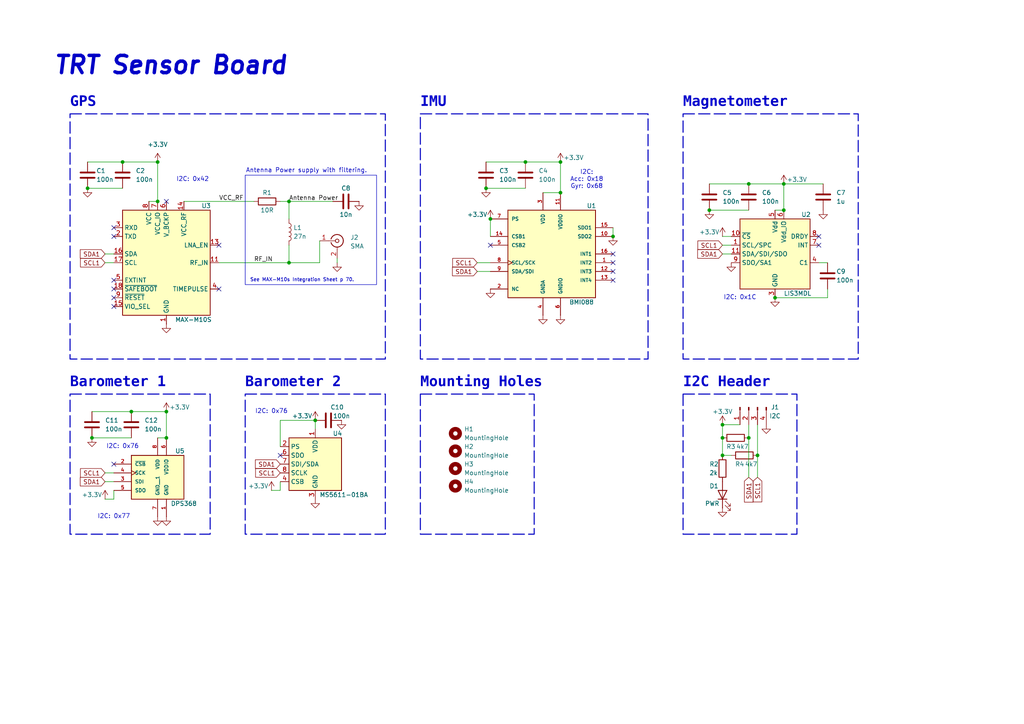
<source format=kicad_sch>
(kicad_sch (version 20231120) (generator "eeschema") (generator_version "8.0")
  (paper "A4")
  (title_block (title "TRT Sensor Board") (date "2024-07-10") (rev "0.1") (company "TRT"))
  (lib_symbols
    (symbol "BMI088:BMI088" (pin_names (offset 1.016))
      (property "Reference" "U" (at 7.62 15.24 0))
      (property "Value" "BMI088" (at 5.08 -15.24 0))
      (symbol "BMI088_0_0"
        (rectangle (start -12.7 12.7) (end 12.7 -12.7) (stroke (width 0.254)) (fill (type background)))
        (pin bidirectional line (at 17.78 -2.54 180) (length 5.08) (name "INT2") (number "1"))
        (pin output line (at 17.78 5.08 180) (length 5.08) (name "SDO2") (number "10"))
        (pin power_in line (at 2.54 17.78 270) (length 5.08) (name "VDDIO") (number "11"))
        (pin bidirectional line (at 17.78 -5.08 180) (length 5.08) (name "INT3") (number "12"))
        (pin bidirectional line (at 17.78 -7.62 180) (length 5.08) (name "INT4") (number "13"))
        (pin input line (at -17.78 5.08 0) (length 5.08) (name "CSB1") (number "14"))
        (pin output line (at 17.78 7.62 180) (length 5.08) (name "SDO1") (number "15"))
        (pin bidirectional line (at 17.78 0 180) (length 5.08) (name "INT1") (number "16"))
        (pin passive line (at -17.78 -10.16 0) (length 5.08) (name "NC") (number "2"))
        (pin power_in line (at -2.54 17.78 270) (length 5.08) (name "VDD") (number "3"))
        (pin power_in line (at -2.54 -17.78 90) (length 5.08) (name "GNDA") (number "4"))
        (pin input line (at -17.78 2.54 0) (length 5.08) (name "CSB2") (number "5"))
        (pin power_in line (at 2.54 -17.78 90) (length 5.08) (name "GNDIO") (number "6"))
        (pin input line (at -17.78 10.16 0) (length 5.08) (name "PS") (number "7"))
        (pin input clock (at -17.78 -2.54 0) (length 5.08) (name "SCL/SCK") (number "8"))
        (pin bidirectional line (at -17.78 -5.08 0) (length 5.08) (name "SDA/SDI") (number "9"))
      )
    )
    (symbol "Connector:Conn_01x04_Pin" (pin_names (offset 1.016) hide)
      (property "Reference" "J" (at 0 5.08 0))
      (property "Value" "Conn_01x04_Pin" (at 0 -7.62 0))
      (symbol "Conn_01x04_Pin_1_1"
        (polyline (pts (xy 1.27 -5.08) (xy 0.8636 -5.08)) (stroke (width 0.1524)))
        (polyline (pts (xy 1.27 -2.54) (xy 0.8636 -2.54)) (stroke (width 0.1524)))
        (polyline (pts (xy 1.27 0) (xy 0.8636 0)) (stroke (width 0.1524)))
        (polyline (pts (xy 1.27 2.54) (xy 0.8636 2.54)) (stroke (width 0.1524)))
        (rectangle (start 0.8636 -4.953) (end 0 -5.207) (stroke (width 0.1524)) (fill (type outline)))
        (rectangle (start 0.8636 -2.413) (end 0 -2.667) (stroke (width 0.1524)) (fill (type outline)))
        (rectangle (start 0.8636 0.127) (end 0 -0.127) (stroke (width 0.1524)) (fill (type outline)))
        (rectangle (start 0.8636 2.667) (end 0 2.413) (stroke (width 0.1524)) (fill (type outline)))
        (pin passive line (at 5.08 2.54 180) (length 3.81) (name "Pin_1") (number "1"))
        (pin passive line (at 5.08 0 180) (length 3.81) (name "Pin_2") (number "2"))
        (pin passive line (at 5.08 -2.54 180) (length 3.81) (name "Pin_3") (number "3"))
        (pin passive line (at 5.08 -5.08 180) (length 3.81) (name "Pin_4") (number "4"))
      )
    )
    (symbol "Connector:Conn_Coaxial" (pin_names (offset 1.016) hide)
      (property "Reference" "J" (at 0.254 3.048 0))
      (property "Value" "Conn_Coaxial" (at 2.921 0 90))
      (symbol "Conn_Coaxial_0_1"
        (arc (start -1.778 -0.508) (mid 0.2311 -1.8066) (end 1.778 0) (stroke (width 0.254)))
        (polyline (pts (xy -2.54 0) (xy -0.508 0)))
        (polyline (pts (xy 0 -2.54) (xy 0 -1.778)))
        (circle (center 0 0) (radius 0.508) (stroke (width 0.2032)))
        (arc (start 1.778 0) (mid 0.2099 1.8101) (end -1.778 0.508) (stroke (width 0.254)))
      )
      (symbol "Conn_Coaxial_1_1"
        (pin passive line (at -5.08 0 0) (length 2.54) (name "In") (number "1"))
        (pin passive line (at 0 -5.08 90) (length 2.54) (name "Ext") (number "2"))
      )
    )
    (symbol "DPS310XTSA1:DPS310XTSA1" (pin_names (offset 1.016))
      (property "Reference" "U" (at 2.54 5.08 0))
      (property "Value" "DPS310XTSA1" (at -7.62 -7.62 0))
      (symbol "DPS310XTSA1_0_0"
        (rectangle (start -10.16 5.08) (end 5.08 -7.62) (stroke (width 0.254)) (fill (type background)))
        (pin power_in line (at 0 -12.7 90) (length 5.08) (name "GND") (number "1"))
        (pin input line (at -15.24 2.54 0) (length 5.08) (name "~{CSB}") (number "2"))
        (pin bidirectional line (at -15.24 -2.54 0) (length 5.08) (name "SDI") (number "3"))
        (pin input clock (at -15.24 0 0) (length 5.08) (name "SCK") (number "4"))
        (pin output line (at -15.24 -5.08 0) (length 5.08) (name "SDO") (number "5"))
        (pin power_in line (at 0 10.16 270) (length 5.08) (name "VDDIO") (number "6"))
        (pin power_in line (at -2.54 -12.7 90) (length 5.08) (name "GND__1") (number "7"))
        (pin power_in line (at -2.54 10.16 270) (length 5.08) (name "VDD") (number "8"))
      )
    )
    (symbol "Device:C" (pin_numbers hide) (pin_names (offset 0.254))
      (property "Reference" "C" (at 0.635 2.54 0))
      (property "Value" "C" (at 0.635 -2.54 0))
      (symbol "C_0_1"
        (polyline (pts (xy -2.032 -0.762) (xy 2.032 -0.762)) (stroke (width 0.508)))
        (polyline (pts (xy -2.032 0.762) (xy 2.032 0.762)) (stroke (width 0.508)))
      )
      (symbol "C_1_1"
        (pin passive line (at 0 3.81 270) (length 2.794) (name "~") (number "1"))
        (pin passive line (at 0 -3.81 90) (length 2.794) (name "~") (number "2"))
      )
    )
    (symbol "Device:L" (pin_numbers hide) (pin_names (offset 1.016) hide)
      (property "Reference" "L" (at -1.27 0 90))
      (property "Value" "L" (at 1.905 0 90))
      (symbol "L_0_1"
        (arc (start 0 -2.54) (mid 0.6323 -1.905) (end 0 -1.27))
        (arc (start 0 -1.27) (mid 0.6323 -0.635) (end 0 0))
        (arc (start 0 0) (mid 0.6323 0.635) (end 0 1.27))
        (arc (start 0 1.27) (mid 0.6323 1.905) (end 0 2.54))
      )
      (symbol "L_1_1"
        (pin passive line (at 0 3.81 270) (length 1.27) (name "1") (number "1"))
        (pin passive line (at 0 -3.81 90) (length 1.27) (name "2") (number "2"))
      )
    )
    (symbol "Device:LED" (pin_numbers hide) (pin_names (offset 1.016) hide)
      (property "Reference" "D" (at 0 2.54 0))
      (property "Value" "LED" (at 0 -2.54 0))
      (symbol "LED_0_1"
        (polyline (pts (xy -1.27 -1.27) (xy -1.27 1.27)) (stroke (width 0.254)))
        (polyline (pts (xy -1.27 0) (xy 1.27 0)))
        (polyline (pts (xy 1.27 -1.27) (xy 1.27 1.27) (xy -1.27 0) (xy 1.27 -1.27)) (stroke (width 0.254)))
        (polyline (pts (xy -3.048 -0.762) (xy -4.572 -2.286) (xy -3.81 -2.286) (xy -4.572 -2.286) (xy -4.572 -1.524)))
        (polyline (pts (xy -1.778 -0.762) (xy -3.302 -2.286) (xy -2.54 -2.286) (xy -3.302 -2.286) (xy -3.302 -1.524)))
      )
      (symbol "LED_1_1"
        (pin passive line (at -3.81 0 0) (length 2.54) (name "K") (number "1"))
        (pin passive line (at 3.81 0 180) (length 2.54) (name "A") (number "2"))
      )
    )
    (symbol "Device:R" (pin_numbers hide) (pin_names (offset 0))
      (property "Reference" "R" (at 2.032 0 90))
      (property "Value" "R" (at 0 0 90))
      (symbol "R_0_1"
        (rectangle (start -1.016 -2.54) (end 1.016 2.54) (stroke (width 0.254)))
      )
      (symbol "R_1_1"
        (pin passive line (at 0 3.81 270) (length 1.27) (name "~") (number "1"))
        (pin passive line (at 0 -3.81 90) (length 1.27) (name "~") (number "2"))
      )
    )
    (symbol "Mechanical:MountingHole" (pin_names (offset 1.016)) (exclude_from_sim yes) (in_bom no)
      (property "Reference" "H" (at 0 5.08 0))
      (property "Value" "MountingHole" (at 0 3.175 0))
      (symbol "MountingHole_0_1"
        (circle (center 0 0) (radius 1.27) (stroke (width 1.27)))
      )
    )
    (symbol "RF_GPS:MAX-M10S"
      (property "Reference" "U" (at -10.16 16.51 0))
      (property "Value" "MAX-M10S" (at 11.43 16.51 0))
      (symbol "MAX-M10S_0_1"
        (rectangle (start 12.7 15.24) (end -12.7 -15.24) (stroke (width 0.254)) (fill (type background)))
      )
      (symbol "MAX-M10S_1_1"
        (pin power_in line (at 0 -17.78 90) (length 2.54) (name "GND") (number "1"))
        (pin passive line (at 0 -17.78 90) (length 2.54) hide (name "GND") (number "10"))
        (pin input line (at 15.24 0 180) (length 2.54) (name "RF_IN") (number "11"))
        (pin passive line (at 0 -17.78 90) (length 2.54) hide (name "GND") (number "12"))
        (pin output line (at 15.24 5.08 180) (length 2.54) (name "LNA_EN") (number "13"))
        (pin power_out line (at 5.08 17.78 270) (length 2.54) (name "VCC_RF") (number "14"))
        (pin input line (at -15.24 -12.7 0) (length 2.54) (name "VIO_SEL") (number "15"))
        (pin bidirectional line (at -15.24 2.54 0) (length 2.54) (name "SDA") (number "16"))
        (pin input line (at -15.24 0 0) (length 2.54) (name "SCL") (number "17"))
        (pin input line (at -15.24 -7.62 0) (length 2.54) (name "~{SAFEBOOT}") (number "18"))
        (pin output line (at -15.24 7.62 0) (length 2.54) (name "TXD") (number "2"))
        (pin input line (at -15.24 10.16 0) (length 2.54) (name "RXD") (number "3"))
        (pin output line (at 15.24 -7.62 180) (length 2.54) (name "TIMEPULSE") (number "4"))
        (pin input line (at -15.24 -5.08 0) (length 2.54) (name "EXTINT") (number "5"))
        (pin power_in line (at 0 17.78 270) (length 2.54) (name "V_BCKP") (number "6"))
        (pin power_in line (at -2.54 17.78 270) (length 2.54) (name "VCC_IO") (number "7"))
        (pin power_in line (at -5.08 17.78 270) (length 2.54) (name "VCC") (number "8"))
        (pin input line (at -15.24 -10.16 0) (length 2.54) (name "~{RESET}") (number "9"))
      )
    )
    (symbol "Sensor_Magnetic:LIS3MDL"
      (property "Reference" "U" (at -8.89 11.43 0))
      (property "Value" "LIS3MDL" (at 7.62 11.43 0))
      (symbol "LIS3MDL_0_1"
        (rectangle (start -10.16 10.16) (end 10.16 -10.16) (stroke (width 0.254)) (fill (type background)))
      )
      (symbol "LIS3MDL_1_1"
        (pin input line (at -12.7 2.54 0) (length 2.54) (name "SCL/SPC") (number "1"))
        (pin input line (at -12.7 5.08 0) (length 2.54) (name "~{CS}") (number "10"))
        (pin bidirectional line (at -12.7 0 0) (length 2.54) (name "SDA/SDI/SDO") (number "11"))
        (pin passive line (at 0 -12.7 90) (length 2.54) hide (name "GND") (number "12"))
        (pin passive line (at 0 -12.7 90) (length 2.54) hide (name "GND") (number "2"))
        (pin power_in line (at 0 -12.7 90) (length 2.54) (name "GND") (number "3"))
        (pin power_out line (at 12.7 -2.54 180) (length 2.54) (name "C1") (number "4"))
        (pin power_in line (at 0 12.7 270) (length 2.54) (name "Vdd") (number "5"))
        (pin power_in line (at 2.54 12.7 270) (length 2.54) (name "Vdd_IO") (number "6"))
        (pin output line (at 12.7 2.54 180) (length 2.54) (name "INT") (number "7"))
        (pin output line (at 12.7 5.08 180) (length 2.54) (name "DRDY") (number "8"))
        (pin bidirectional line (at -12.7 -2.54 0) (length 2.54) (name "SDO/SA1") (number "9"))
      )
    )
    (symbol "Sensor_Pressure:MS5611-01BA"
      (property "Reference" "U" (at -6.35 8.89 0))
      (property "Value" "MS5611-01BA" (at 7.62 8.89 0))
      (symbol "MS5611-01BA_0_1"
        (rectangle (start -7.62 7.62) (end 7.62 -7.62) (stroke (width 0.254)) (fill (type background)))
      )
      (symbol "MS5611-01BA_1_1"
        (pin power_in line (at 0 10.16 270) (length 2.54) (name "VDD") (number "1"))
        (pin input line (at -10.16 5.08 0) (length 2.54) (name "PS") (number "2"))
        (pin power_in line (at 0 -10.16 90) (length 2.54) (name "GND") (number "3"))
        (pin input line (at -10.16 -5.08 0) (length 2.54) (name "CSB") (number "4"))
        (pin input line (at -10.16 -5.08 0) (length 2.54) hide (name "CSB") (number "5"))
        (pin output line (at -10.16 2.54 0) (length 2.54) (name "SDO") (number "6"))
        (pin bidirectional line (at -10.16 0 0) (length 2.54) (name "SDI/SDA") (number "7"))
        (pin input line (at -10.16 -2.54 0) (length 2.54) (name "SCLK") (number "8"))
      )
    )
    (symbol "power:+3.3V" (power) (pin_numbers hide) (pin_names (offset 0) hide)
      (property "Value" "+3.3V" (at 0 3.556 0))
      (symbol "+3.3V_0_1"
        (polyline (pts (xy -0.762 1.27) (xy 0 2.54)))
        (polyline (pts (xy 0 0) (xy 0 2.54)))
        (polyline (pts (xy 0 2.54) (xy 0.762 1.27)))
      )
      (symbol "+3.3V_1_1"
        (pin power_in line (at 0 0 90) (length 0) (name "~") (number "1"))
      )
    )
    (symbol "power:GND" (power) (pin_numbers hide) (pin_names (offset 0) hide)
      (property "Value" "GND" (at 0 -3.81 0))
      (symbol "GND_0_1"
        (polyline (pts (xy 0 0) (xy 0 -1.27) (xy 1.27 -1.27) (xy 0 -2.54) (xy -1.27 -1.27) (xy 0 -1.27)))
      )
      (symbol "GND_1_1"
        (pin power_in line (at 0 0 270) (length 0) (name "~") (number "1"))
      )
    )
  )
  (junction (at 209.55 132.08))
  (junction (at 227.33 53.34))
  (junction (at 162.56 55.88))
  (junction (at 224.79 86.36))
  (junction (at 219.71 132.08))
  (junction (at 162.56 46.99))
  (junction (at 217.17 53.34))
  (junction (at 205.74 60.96))
  (junction (at 152.4 46.99))
  (junction (at 25.4 54.61))
  (junction (at 83.82 76.2))
  (junction (at 26.67 127))
  (junction (at 209.55 127))
  (junction (at 35.56 46.99))
  (junction (at 83.82 58.42))
  (junction (at 209.55 123.19))
  (junction (at 140.97 54.61))
  (junction (at 177.8 68.58))
  (junction (at 38.1 119.38))
  (junction (at 227.33 60.96))
  (junction (at 217.17 127))
  (junction (at 142.24 63.5))
  (junction (at 45.72 46.99))
  (junction (at 48.26 127))
  (junction (at 91.44 121.92))
  (junction (at 48.26 119.38))
  (junction (at 45.72 58.42))
  (no_connect (at 33.02 86.36))
  (no_connect (at 142.24 71.12))
  (no_connect (at 33.02 66.04))
  (no_connect (at 33.02 83.82))
  (no_connect (at 63.5 83.82))
  (no_connect (at 237.49 68.58))
  (no_connect (at 33.02 88.9))
  (no_connect (at 81.28 132.08))
  (no_connect (at 33.02 81.28))
  (no_connect (at 33.02 134.62))
  (no_connect (at 33.02 68.58))
  (no_connect (at 177.8 76.2))
  (no_connect (at 237.49 71.12))
  (no_connect (at 63.5 71.12))
  (no_connect (at 177.8 78.74))
  (no_connect (at 48.26 58.42))
  (no_connect (at 177.8 73.66))
  (no_connect (at 177.8 81.28))
  (wire (pts (xy 43.18 58.42) (xy 45.72 58.42)))
  (wire (pts (xy 81.28 139.7) (xy 81.28 142.24)))
  (wire (pts (xy 227.33 53.34) (xy 227.33 60.96)))
  (wire (pts (xy 45.72 46.99) (xy 45.72 58.42)))
  (wire (pts (xy 30.48 76.2) (xy 33.02 76.2)))
  (wire (pts (xy 162.56 46.99) (xy 162.56 55.88)))
  (wire (pts (xy 138.43 76.2) (xy 142.24 76.2)))
  (wire (pts (xy 152.4 46.99) (xy 162.56 46.99)))
  (wire (pts (xy 35.56 46.99) (xy 45.72 46.99)))
  (wire (pts (xy 53.34 58.42) (xy 73.66 58.42)))
  (wire (pts (xy 240.03 83.82) (xy 240.03 86.36)))
  (wire (pts (xy 138.43 78.74) (xy 142.24 78.74)))
  (wire (pts (xy 209.55 132.08) (xy 209.55 127)))
  (wire (pts (xy 219.71 138.43) (xy 219.71 132.08)))
  (wire (pts (xy 91.44 121.92) (xy 91.44 124.46)))
  (wire (pts (xy 92.71 76.2) (xy 92.71 69.85)))
  (wire (pts (xy 33.02 142.24) (xy 33.02 144.78)))
  (wire (pts (xy 83.82 58.42) (xy 96.52 58.42)))
  (wire (pts (xy 209.55 123.19) (xy 209.55 127)))
  (wire (pts (xy 30.48 139.7) (xy 33.02 139.7)))
  (wire (pts (xy 83.82 76.2) (xy 92.71 76.2)))
  (wire (pts (xy 140.97 46.99) (xy 152.4 46.99)))
  (wire (pts (xy 219.71 123.19) (xy 219.71 132.08)))
  (wire (pts (xy 45.72 127) (xy 48.26 127)))
  (wire (pts (xy 81.28 121.92) (xy 81.28 129.54)))
  (wire (pts (xy 212.09 68.58) (xy 209.55 68.58)))
  (wire (pts (xy 217.17 127) (xy 217.17 138.43)))
  (wire (pts (xy 30.48 137.16) (xy 33.02 137.16)))
  (wire (pts (xy 209.55 71.12) (xy 212.09 71.12)))
  (wire (pts (xy 81.28 121.92) (xy 91.44 121.92)))
  (wire (pts (xy 38.1 119.38) (xy 48.26 119.38)))
  (wire (pts (xy 97.79 74.93) (xy 97.79 76.2)))
  (wire (pts (xy 177.8 66.04) (xy 177.8 68.58)))
  (wire (pts (xy 83.82 58.42) (xy 83.82 63.5)))
  (wire (pts (xy 26.67 119.38) (xy 38.1 119.38)))
  (wire (pts (xy 26.67 127) (xy 38.1 127)))
  (wire (pts (xy 157.48 55.88) (xy 162.56 55.88)))
  (wire (pts (xy 25.4 46.99) (xy 35.56 46.99)))
  (wire (pts (xy 140.97 54.61) (xy 152.4 54.61)))
  (wire (pts (xy 224.79 60.96) (xy 227.33 60.96)))
  (wire (pts (xy 205.74 53.34) (xy 217.17 53.34)))
  (wire (pts (xy 48.26 119.38) (xy 48.26 127)))
  (wire (pts (xy 33.02 144.78) (xy 30.48 144.78)))
  (wire (pts (xy 81.28 58.42) (xy 83.82 58.42)))
  (wire (pts (xy 205.74 60.96) (xy 217.17 60.96)))
  (wire (pts (xy 227.33 53.34) (xy 238.76 53.34)))
  (wire (pts (xy 30.48 73.66) (xy 33.02 73.66)))
  (wire (pts (xy 217.17 123.19) (xy 217.17 127)))
  (wire (pts (xy 142.24 63.5) (xy 142.24 68.58)))
  (wire (pts (xy 78.74 142.24) (xy 81.28 142.24)))
  (wire (pts (xy 217.17 53.34) (xy 227.33 53.34)))
  (wire (pts (xy 63.5 76.2) (xy 83.82 76.2)))
  (wire (pts (xy 237.49 76.2) (xy 240.03 76.2)))
  (wire (pts (xy 209.55 73.66) (xy 212.09 73.66)))
  (wire (pts (xy 25.4 54.61) (xy 35.56 54.61)))
  (wire (pts (xy 83.82 71.12) (xy 83.82 76.2)))
  (wire (pts (xy 214.63 123.19) (xy 209.55 123.19)))
  (wire (pts (xy 224.79 86.36) (xy 240.03 86.36)))
  (wire (pts (xy 212.09 132.08) (xy 209.55 132.08)))
  (rectangle (start 20.32 33.02) (end 111.76 104.14) (stroke (width 0.3) (type dash)))
  (rectangle (start 198.12 114.3) (end 231.14 154.94) (stroke (width 0.3) (type dash)))
  (rectangle (start 71.12 50.8) (end 109.22 82.55))
  (rectangle (start 71.12 114.3) (end 111.76 154.94) (stroke (width 0.3) (type dash)))
  (rectangle (start 121.92 33.02) (end 187.96 104.14) (stroke (width 0.3) (type dash)))
  (rectangle (start 20.32 114.3) (end 60.96 154.94) (stroke (width 0.3) (type dash)))
  (rectangle (start 198.12 33.02) (end 248.92 104.14) (stroke (width 0.3) (type dash)))
  (rectangle (start 121.92 114.3) (end 154.94 154.94) (stroke (width 0.3) (type dash)))
  (text "IMU" (at 121.92 30.48 0) (effects (font (size 3 3) (thickness 1) (bold yes)) (justify left)))
  (text "TRT Sensor Board" (at 49.53 19.05 0) (effects (font (size 5 5) (thickness 1) (bold yes) (italic yes))))
  (text "I2C:\nAcc: 0x18\nGyr: 0x68" (at 170.18 52.07 0) (effects (font (size 1.27 1.27))))
  (text "I2C: 0x1C" (at 214.63 86.36 0) (effects (font (size 1.27 1.27))))
  (text "Barometer 2" (at 71.12 111.76 0) (effects (font (size 3 3) (thickness 1) (bold yes)) (justify left)))
  (text "Magnetometer" (at 198.12 30.48 0) (effects (font (size 3 3) (thickness 1) (bold yes)) (justify left)))
  (text "GPS" (at 20.32 30.48 0) (effects (font (size 3 3) (thickness 1) (bold yes)) (justify left)))
  (text "I2C: 0x42" (at 55.88 52.07 0) (effects (font (size 1.27 1.27))))
  (text "I2C: 0x76" (at 78.74 119.38 0) (effects (font (size 1.27 1.27))))
  (text "See MAX-M10s Integration Sheet p 70." (at 87.63 81.28 0) (effects (font (size 1 1))))
  (text "I2C Header" (at 198.12 111.76 0) (effects (font (size 3 3) (thickness 1) (bold yes)) (justify left)))
  (text "Mounting Holes" (at 121.92 111.76 0) (effects (font (size 3 3) (thickness 1) (bold yes)) (justify left)))
  (text "Antenna Power supply with filtering." (at 88.9 49.53 0) (effects (font (size 1.27 1.27))))
  (text "Barometer 1\n" (at 20.32 111.76 0) (effects (font (size 3 3) (thickness 1) (bold yes)) (justify left)))
  (text "I2C: 0x76" (at 35.56 129.54 0) (effects (font (size 1.27 1.27))))
  (text "I2C: 0x77" (at 33.02 149.86 0) (effects (font (size 1.27 1.27))))
  (label "Antenna Power" (at 83.82 58.42 0))
  (label "VCC_RF" (at 63.5 58.42 0))
  (label "RF_IN" (at 73.66 76.2 0))
  (global_label "SCL1" (shape input) (at 30.48 76.2 180) (property "Intersheetrefs" "${INTERSHEET_REFS}" (effects (hide yes))))
  (global_label "SCL1" (shape input) (at 138.43 76.2 180) (property "Intersheetrefs" "${INTERSHEET_REFS}" (effects (hide yes))))
  (global_label "SCL1" (shape input) (at 81.28 137.16 180) (property "Intersheetrefs" "${INTERSHEET_REFS}" (effects (hide yes))))
  (global_label "SDA1" (shape input) (at 217.17 138.43 270) (property "Intersheetrefs" "${INTERSHEET_REFS}" (effects (hide yes))))
  (global_label "SDA1" (shape input) (at 30.48 139.7 180) (property "Intersheetrefs" "${INTERSHEET_REFS}" (effects (hide yes))))
  (global_label "SDA1" (shape input) (at 81.28 134.62 180) (property "Intersheetrefs" "${INTERSHEET_REFS}" (effects (hide yes))))
  (global_label "SDA1" (shape input) (at 30.48 73.66 180) (property "Intersheetrefs" "${INTERSHEET_REFS}" (effects (hide yes))))
  (global_label "SCL1" (shape input) (at 30.48 137.16 180) (property "Intersheetrefs" "${INTERSHEET_REFS}" (effects (hide yes))))
  (global_label "SCL1" (shape input) (at 209.55 71.12 180) (property "Intersheetrefs" "${INTERSHEET_REFS}" (effects (hide yes))))
  (global_label "SDA1" (shape input) (at 138.43 78.74 180) (property "Intersheetrefs" "${INTERSHEET_REFS}" (effects (hide yes))))
  (global_label "SDA1" (shape input) (at 209.55 73.66 180) (property "Intersheetrefs" "${INTERSHEET_REFS}" (effects (hide yes))))
  (global_label "SCL1" (shape input) (at 219.71 138.43 270) (property "Intersheetrefs" "${INTERSHEET_REFS}" (effects (hide yes))))
  (symbol (lib_id "power:GND") (at 238.76 60.96 0) (unit 1)
    (property "Reference" "#PWR08" (effects (hide yes)))
    (property "Value" "GND" (effects (hide yes)))
    (property "Description" "Power symbol creates a global label with name \"GND\" , ground" (effects (hide yes)))
  )
  (symbol (lib_id "DPS310XTSA1:DPS310XTSA1") (at 48.26 137.16 0) (unit 1)
    (property "Reference" "U5" (at 50.8 130.81 0) (effects (justify left)))
    (property "Value" "DPS368" (at 49.53 146.05 0) (effects (justify left)))
    (property "Footprint" "DPS310XTSA1:XDCR_DPS310XTSA1" (effects (hide yes)))
    (property "Description" "Supply voltage range 1.7V to 3.6V | Operation range 300hPa 1200hPa | Sensors precision 0.005hPa | Relative accuracy 0.06hPa | Pressure temperature sensitivity of 0.5Pa/K | Temperature accuracy 0.5C" (effects (hide yes)))
    (property "MF" "Infineon" (effects (hide yes)))
    (property "PACKAGE" "LGA-8 Infineon" (effects (hide yes)))
    (property "PRICE" "None" (effects (hide yes)))
    (property "MP" "DPS310XTSA1" (effects (hide yes)))
    (property "AVAILABILITY" "Unavailable" (effects (hide yes)))
  )
  (symbol (lib_id "Device:R") (at 209.55 135.89 0) (unit 1)
    (property "Reference" "R2" (at 205.74 134.62 0) (effects (justify left)))
    (property "Value" "2k" (at 205.74 137.16 0) (effects (justify left)))
    (property "Footprint" "Resistor_SMD:R_0805_2012Metric" (effects (hide yes)))
    (property "Description" "Resistor" (effects (hide yes)))
  )
  (symbol (lib_id "power:+3.3V") (at 30.48 144.78 0) (unit 1)
    (property "Reference" "#PWR09" (effects (hide yes)))
    (property "Value" "+3.3V" (at 26.67 143.51 0))
    (property "Description" "Power symbol creates a global label with name \"+3.3V\"" (effects (hide yes)))
  )
  (symbol (lib_id "power:+3.3V") (at 209.55 68.58 0) (unit 1)
    (property "Reference" "#PWR012" (effects (hide yes)))
    (property "Value" "+3.3V" (at 205.74 67.31 0))
    (property "Description" "Power symbol creates a global label with name \"+3.3V\"" (effects (hide yes)))
  )
  (symbol (lib_id "Connector:Conn_01x04_Pin") (at 217.17 118.11 90) (mirror x) (unit 1)
    (property "Reference" "J1" (at 224.79 118.11 90))
    (property "Value" "I2C" (at 224.79 120.65 90))
    (property "Footprint" "Connector_JST:JST_XH_B4B-XH-A_1x04_P2.50mm_Vertical" (effects (hide yes)))
    (property "Description" "Generic connector, single row, 01x04, script generated" (effects (hide yes)))
  )
  (symbol (lib_id "power:GND") (at 48.26 149.86 0) (unit 1)
    (property "Reference" "#PWR031" (effects (hide yes)))
    (property "Value" "GND" (effects (hide yes)))
    (property "Description" "Power symbol creates a global label with name \"GND\" , ground" (effects (hide yes)))
  )
  (symbol (lib_id "power:+3.3V") (at 162.56 46.99 0) (unit 1)
    (property "Reference" "#PWR02" (effects (hide yes)))
    (property "Value" "+3.3V" (at 166.37 45.72 0))
    (property "Description" "Power symbol creates a global label with name \"+3.3V\"" (effects (hide yes)))
  )
  (symbol (lib_id "power:GND") (at 26.67 127 0) (unit 1)
    (property "Reference" "#PWR025" (effects (hide yes)))
    (property "Value" "GND" (effects (hide yes)))
    (property "Description" "Power symbol creates a global label with name \"GND\" , ground" (effects (hide yes)))
  )
  (symbol (lib_id "Device:R") (at 213.36 127 90) (unit 1)
    (property "Reference" "R3" (at 213.36 129.54 90) (effects (justify left)))
    (property "Value" "4k7" (at 217.17 129.54 90) (effects (justify left)))
    (property "Footprint" "Resistor_SMD:R_0805_2012Metric" (effects (hide yes)))
    (property "Description" "Resistor" (effects (hide yes)))
  )
  (symbol (lib_id "Device:C") (at 38.1 123.19 0) (unit 1)
    (property "Reference" "C12" (at 41.91 121.9199 0) (effects (justify left)))
    (property "Value" "100n" (at 41.91 124.4599 0) (effects (justify left)))
    (property "Footprint" "Capacitor_SMD:C_0805_2012Metric" (effects (hide yes)))
    (property "Description" "Unpolarized capacitor" (effects (hide yes)))
  )
  (symbol (lib_id "power:GND") (at 209.55 147.32 0) (unit 1)
    (property "Reference" "#PWR026" (effects (hide yes)))
    (property "Value" "GND" (effects (hide yes)))
    (property "Description" "Power symbol creates a global label with name \"GND\" , ground" (effects (hide yes)))
  )
  (symbol (lib_id "Device:C") (at 205.74 57.15 0) (unit 1)
    (property "Reference" "C5" (at 209.55 55.8799 0) (effects (justify left)))
    (property "Value" "100n" (at 209.55 58.4199 0) (effects (justify left)))
    (property "Footprint" "Capacitor_SMD:C_0805_2012Metric" (effects (hide yes)))
    (property "Description" "Unpolarized capacitor" (effects (hide yes)))
  )
  (symbol (lib_id "BMI088:BMI088") (at 160.02 73.66 0) (unit 1)
    (property "Reference" "U1" (at 170.18 59.69 0) (effects (justify left)))
    (property "Value" "BMI088" (at 165.1 87.63 0) (effects (justify left)))
    (property "Footprint" "BMI088:PQFN50P450X300X100-16N" (effects (hide yes)))
    (property "Description" "Accelerometer, Gyroscope, 6 Axis Sensor I²C, SPI Output" (effects (hide yes)))
    (property "MF" "Bosch Sensortec" (effects (hide yes)))
    (property "PURCHASE-URL" "https://pricing.snapeda.com/search/part/BMI088/?ref=eda" (effects (hide yes)))
    (property "PACKAGE" "VFLGA-16 Bosch Sensortec" (effects (hide yes)))
    (property "PRICE" "None" (effects (hide yes)))
    (property "MP" "BMI088" (effects (hide yes)))
    (property "AVAILABILITY" "In Stock" (effects (hide yes)))
  )
  (symbol (lib_id "power:GND") (at 224.79 86.36 0) (unit 1)
    (property "Reference" "#PWR016" (effects (hide yes)))
    (property "Value" "GND" (effects (hide yes)))
    (property "Description" "Power symbol creates a global label with name \"GND\" , ground" (effects (hide yes)))
  )
  (symbol (lib_id "Device:C") (at 100.33 58.42 90) (unit 1)
    (property "Reference" "C8" (at 100.33 54.61 90))
    (property "Value" "10n" (at 100.33 62.23 90))
    (property "Footprint" "Capacitor_SMD:C_0805_2012Metric" (effects (hide yes)))
    (property "Description" "Unpolarized capacitor" (effects (hide yes)))
  )
  (symbol (lib_id "power:+3.3V") (at 142.24 63.5 0) (unit 1)
    (property "Reference" "#PWR010" (effects (hide yes)))
    (property "Value" "+3.3V" (at 138.43 62.23 0))
    (property "Description" "Power symbol creates a global label with name \"+3.3V\"" (effects (hide yes)))
  )
  (symbol (lib_id "Mechanical:MountingHole") (at 132.08 140.97 0) (unit 1) (exclude_from_sim yes) (in_bom no)
    (property "Reference" "H4" (at 134.62 139.6999 0) (effects (justify left)))
    (property "Value" "MountingHole" (at 134.62 142.2399 0) (effects (justify left)))
    (property "Footprint" "MountingHole:MountingHole_3.2mm_M3" (effects (hide yes)))
    (property "Description" "Mounting Hole without connection" (effects (hide yes)))
  )
  (symbol (lib_id "Sensor_Magnetic:LIS3MDL") (at 224.79 73.66 0) (unit 1)
    (property "Reference" "U2" (at 232.41 62.23 0) (effects (justify left)))
    (property "Value" "LIS3MDL" (at 227.33 85.09 0) (effects (justify left)))
    (property "Footprint" "Package_LGA:LGA-12_2x2mm_P0.5mm" (effects (hide yes)))
    (property "Datasheet" "https://www.st.com/resource/en/datasheet/lis3mdl.pdf" (effects (hide yes)))
    (property "Description" "Ultra-low-power, 3-axis digital output magnetometer, LGA-12" (effects (hide yes)))
  )
  (symbol (lib_id "Device:L") (at 83.82 67.31 0) (unit 1)
    (property "Reference" "L1" (at 85.09 66.0399 0) (effects (justify left)))
    (property "Value" "27n" (at 85.09 68.5799 0) (effects (justify left)))
    (property "Footprint" "Inductor_SMD:L_0805_2012Metric" (effects (hide yes)))
    (property "Description" "Inductor" (effects (hide yes)))
  )
  (symbol (lib_id "Device:C") (at 35.56 50.8 0) (unit 1)
    (property "Reference" "C2" (at 39.37 49.5299 0) (effects (justify left)))
    (property "Value" "100n" (at 39.37 52.0699 0) (effects (justify left)))
    (property "Footprint" "Capacitor_SMD:C_0805_2012Metric" (effects (hide yes)))
    (property "Description" "Unpolarized capacitor" (effects (hide yes)))
  )
  (symbol (lib_id "Connector:Conn_Coaxial") (at 97.79 69.85 0) (unit 1)
    (property "Reference" "J2" (at 101.6 68.8731 0) (effects (justify left)))
    (property "Value" "SMA" (at 101.6 71.4131 0) (effects (justify left)))
    (property "Footprint" "Connector_Coaxial:SMA_Amphenol_901-143_Horizontal" (effects (hide yes)))
    (property "Description" "coaxial connector (BNC, SMA, SMB, SMC, Cinch/RCA, LEMO, ...)" (effects (hide yes)))
  )
  (symbol (lib_id "power:GND") (at 99.06 121.92 0) (unit 1)
    (property "Reference" "#PWR022" (effects (hide yes)))
    (property "Value" "GND" (effects (hide yes)))
    (property "Description" "Power symbol creates a global label with name \"GND\" , ground" (effects (hide yes)))
  )
  (symbol (lib_id "Device:C") (at 152.4 50.8 0) (unit 1)
    (property "Reference" "C4" (at 156.21 49.5299 0) (effects (justify left)))
    (property "Value" "100n" (at 156.21 52.0699 0) (effects (justify left)))
    (property "Footprint" "Capacitor_SMD:C_0805_2012Metric" (effects (hide yes)))
    (property "Description" "Unpolarized capacitor" (effects (hide yes)))
  )
  (symbol (lib_id "power:GND") (at 104.14 58.42 0) (unit 1)
    (property "Reference" "#PWR06" (effects (hide yes)))
    (property "Value" "GND" (effects (hide yes)))
    (property "Description" "Power symbol creates a global label with name \"GND\" , ground" (effects (hide yes)))
  )
  (symbol (lib_id "Device:C") (at 217.17 57.15 0) (unit 1)
    (property "Reference" "C6" (at 220.98 55.8799 0) (effects (justify left)))
    (property "Value" "100n" (at 220.98 58.4199 0) (effects (justify left)))
    (property "Footprint" "Capacitor_SMD:C_0805_2012Metric" (effects (hide yes)))
    (property "Description" "Unpolarized capacitor" (effects (hide yes)))
  )
  (symbol (lib_id "Device:LED") (at 209.55 143.51 90) (unit 1)
    (property "Reference" "D1" (at 205.74 140.97 90) (effects (justify right)))
    (property "Value" "PWR" (at 204.47 146.05 90) (effects (justify right)))
    (property "Footprint" "LED_SMD:LED_0805_2012Metric" (effects (hide yes)))
    (property "Description" "Light emitting diode" (effects (hide yes)))
  )
  (symbol (lib_id "power:GND") (at 25.4 54.61 0) (unit 1)
    (property "Reference" "#PWR04" (effects (hide yes)))
    (property "Value" "GND" (effects (hide yes)))
    (property "Description" "Power symbol creates a global label with name \"GND\" , ground" (effects (hide yes)))
  )
  (symbol (lib_id "power:GND") (at 157.48 91.44 0) (unit 1)
    (property "Reference" "#PWR017" (effects (hide yes)))
    (property "Value" "GND" (effects (hide yes)))
    (property "Description" "Power symbol creates a global label with name \"GND\" , ground" (effects (hide yes)))
  )
  (symbol (lib_id "Device:C") (at 95.25 121.92 90) (unit 1)
    (property "Reference" "C10" (at 97.79 118.11 90))
    (property "Value" "100n" (at 99.06 120.65 90))
    (property "Footprint" "Capacitor_SMD:C_0805_2012Metric" (effects (hide yes)))
    (property "Description" "Unpolarized capacitor" (effects (hide yes)))
  )
  (symbol (lib_id "power:GND") (at 222.25 123.19 0) (unit 1)
    (property "Reference" "#PWR024" (effects (hide yes)))
    (property "Value" "GND" (effects (hide yes)))
    (property "Description" "Power symbol creates a global label with name \"GND\" , ground" (effects (hide yes)))
  )
  (symbol (lib_id "Mechanical:MountingHole") (at 132.08 135.89 0) (unit 1) (exclude_from_sim yes) (in_bom no)
    (property "Reference" "H3" (at 134.62 134.6199 0) (effects (justify left)))
    (property "Value" "MountingHole" (at 134.62 137.1599 0) (effects (justify left)))
    (property "Footprint" "MountingHole:MountingHole_3.2mm_M3" (effects (hide yes)))
    (property "Description" "Mounting Hole without connection" (effects (hide yes)))
  )
  (symbol (lib_id "power:GND") (at 142.24 83.82 0) (unit 1)
    (property "Reference" "#PWR015" (effects (hide yes)))
    (property "Value" "GND" (effects (hide yes)))
    (property "Description" "Power symbol creates a global label with name \"GND\" , ground" (effects (hide yes)))
  )
  (symbol (lib_id "power:+3.3V") (at 45.72 46.99 0) (unit 1)
    (property "Reference" "#PWR01" (effects (hide yes)))
    (property "Value" "+3.3V" (at 45.72 41.91 0))
    (property "Description" "Power symbol creates a global label with name \"+3.3V\"" (effects (hide yes)))
  )
  (symbol (lib_id "power:+3.3V") (at 227.33 53.34 0) (unit 1)
    (property "Reference" "#PWR03" (effects (hide yes)))
    (property "Value" "+3.3V" (at 231.14 52.07 0))
    (property "Description" "Power symbol creates a global label with name \"+3.3V\"" (effects (hide yes)))
  )
  (symbol (lib_id "Device:R") (at 215.9 132.08 90) (unit 1)
    (property "Reference" "R4" (at 215.9 134.62 90) (effects (justify left)))
    (property "Value" "4k7" (at 219.71 134.62 90) (effects (justify left)))
    (property "Footprint" "Resistor_SMD:R_0805_2012Metric" (effects (hide yes)))
    (property "Description" "Resistor" (effects (hide yes)))
  )
  (symbol (lib_id "Device:C") (at 140.97 50.8 0) (unit 1)
    (property "Reference" "C3" (at 144.78 49.5299 0) (effects (justify left)))
    (property "Value" "100n" (at 144.78 52.0699 0) (effects (justify left)))
    (property "Footprint" "Capacitor_SMD:C_0805_2012Metric" (effects (hide yes)))
    (property "Description" "Unpolarized capacitor" (effects (hide yes)))
  )
  (symbol (lib_id "power:GND") (at 205.74 60.96 0) (unit 1)
    (property "Reference" "#PWR07" (effects (hide yes)))
    (property "Value" "GND" (effects (hide yes)))
    (property "Description" "Power symbol creates a global label with name \"GND\" , ground" (effects (hide yes)))
  )
  (symbol (lib_id "power:GND") (at 162.56 91.44 0) (unit 1)
    (property "Reference" "#PWR018" (effects (hide yes)))
    (property "Value" "GND" (effects (hide yes)))
    (property "Description" "Power symbol creates a global label with name \"GND\" , ground" (effects (hide yes)))
  )
  (symbol (lib_id "power:GND") (at 140.97 54.61 0) (unit 1)
    (property "Reference" "#PWR05" (effects (hide yes)))
    (property "Value" "GND" (effects (hide yes)))
    (property "Description" "Power symbol creates a global label with name \"GND\" , ground" (effects (hide yes)))
  )
  (symbol (lib_id "Device:R") (at 77.47 58.42 90) (unit 1)
    (property "Reference" "R1" (at 77.47 55.88 90))
    (property "Value" "10R" (at 77.47 60.96 90))
    (property "Footprint" "Resistor_SMD:R_0805_2012Metric" (effects (hide yes)))
    (property "Description" "Resistor" (effects (hide yes)))
  )
  (symbol (lib_id "power:GND") (at 177.8 68.58 0) (unit 1)
    (property "Reference" "#PWR011" (effects (hide yes)))
    (property "Value" "GND" (effects (hide yes)))
    (property "Description" "Power symbol creates a global label with name \"GND\" , ground" (effects (hide yes)))
  )
  (symbol (lib_id "Mechanical:MountingHole") (at 132.08 125.73 0) (unit 1) (exclude_from_sim yes) (in_bom no)
    (property "Reference" "H1" (at 134.62 124.4599 0) (effects (justify left)))
    (property "Value" "MountingHole" (at 134.62 126.9999 0) (effects (justify left)))
    (property "Footprint" "MountingHole:MountingHole_3.2mm_M3" (effects (hide yes)))
    (property "Description" "Mounting Hole without connection" (effects (hide yes)))
  )
  (symbol (lib_id "power:GND") (at 97.79 76.2 0) (unit 1)
    (property "Reference" "#PWR013" (effects (hide yes)))
    (property "Value" "GND" (effects (hide yes)))
    (property "Description" "Power symbol creates a global label with name \"GND\" , ground" (effects (hide yes)))
  )
  (symbol (lib_id "Mechanical:MountingHole") (at 132.08 130.81 0) (unit 1) (exclude_from_sim yes) (in_bom no)
    (property "Reference" "H2" (at 134.62 129.5399 0) (effects (justify left)))
    (property "Value" "MountingHole" (at 134.62 132.0799 0) (effects (justify left)))
    (property "Footprint" "MountingHole:MountingHole_3.2mm_M3" (effects (hide yes)))
    (property "Description" "Mounting Hole without connection" (effects (hide yes)))
  )
  (symbol (lib_id "power:+3.3V") (at 48.26 119.38 0) (unit 1)
    (property "Reference" "#PWR020" (effects (hide yes)))
    (property "Value" "+3.3V" (at 52.07 118.11 0))
    (property "Description" "Power symbol creates a global label with name \"+3.3V\"" (effects (hide yes)))
  )
  (symbol (lib_id "power:GND") (at 45.72 149.86 0) (unit 1)
    (property "Reference" "#PWR030" (effects (hide yes)))
    (property "Value" "GND" (effects (hide yes)))
    (property "Description" "Power symbol creates a global label with name \"GND\" , ground" (effects (hide yes)))
  )
  (symbol (lib_id "Sensor_Pressure:MS5611-01BA") (at 91.44 134.62 0) (unit 1)
    (property "Reference" "U4" (at 96.52 125.73 0) (effects (justify left)))
    (property "Value" "MS5611-01BA" (at 92.71 143.51 0) (effects (justify left)))
    (property "Footprint" "Package_LGA:LGA-8_3x5mm_P1.25mm" (effects (hide yes)))
    (property "Datasheet" "https://www.te.com/commerce/DocumentDelivery/DDEController?Action=srchrtrv&DocNm=MS5611-01BA03&DocType=Data+Sheet&DocLang=English" (effects (hide yes)))
    (property "Description" "Barometric pressure sensor, 10cm resolution, 10 to 1200 mbar, I2C and SPI interface up to 20MHz, LGA-8" (effects (hide yes)))
  )
  (symbol (lib_id "power:GND") (at 91.44 144.78 0) (unit 1)
    (property "Reference" "#PWR028" (effects (hide yes)))
    (property "Value" "GND" (effects (hide yes)))
    (property "Description" "Power symbol creates a global label with name \"GND\" , ground" (effects (hide yes)))
  )
  (symbol (lib_id "Device:C") (at 25.4 50.8 0) (unit 1)
    (property "Reference" "C1" (at 27.94 49.53 0) (effects (justify left)))
    (property "Value" "100n" (at 27.94 52.07 0) (effects (justify left)))
    (property "Footprint" "Capacitor_SMD:C_0805_2012Metric" (effects (hide yes)))
    (property "Description" "Unpolarized capacitor" (effects (hide yes)))
  )
  (symbol (lib_id "power:GND") (at 48.26 93.98 0) (unit 1)
    (property "Reference" "#PWR019" (effects (hide yes)))
    (property "Value" "GND" (effects (hide yes)))
    (property "Description" "Power symbol creates a global label with name \"GND\" , ground" (effects (hide yes)))
  )
  (symbol (lib_id "Device:C") (at 26.67 123.19 0) (unit 1)
    (property "Reference" "C11" (at 30.48 121.9199 0) (effects (justify left)))
    (property "Value" "100n" (at 30.48 124.4599 0) (effects (justify left)))
    (property "Footprint" "Capacitor_SMD:C_0805_2012Metric" (effects (hide yes)))
    (property "Description" "Unpolarized capacitor" (effects (hide yes)))
  )
  (symbol (lib_id "power:+3.3V") (at 91.44 121.92 0) (unit 1)
    (property "Reference" "#PWR021" (effects (hide yes)))
    (property "Value" "+3.3V" (at 87.63 120.65 0))
    (property "Description" "Power symbol creates a global label with name \"+3.3V\"" (effects (hide yes)))
  )
  (symbol (lib_id "Device:C") (at 240.03 80.01 0) (unit 1)
    (property "Reference" "C9" (at 242.57 78.74 0) (effects (justify left)))
    (property "Value" "100n" (at 242.57 81.28 0) (effects (justify left)))
    (property "Footprint" "Capacitor_SMD:C_0805_2012Metric" (effects (hide yes)))
    (property "Description" "Unpolarized capacitor" (effects (hide yes)))
  )
  (symbol (lib_id "RF_GPS:MAX-M10S") (at 48.26 76.2 0) (unit 1)
    (property "Reference" "U3" (at 58.42 59.69 0) (effects (justify left)))
    (property "Value" "MAX-M10S" (at 50.8 92.71 0) (effects (justify left)))
    (property "Footprint" "RF_GPS:ublox_MAX" (effects (hide yes)))
    (property "Datasheet" "https://content.u-blox.com/sites/default/files/MAX-M10S_DataSheet_UBX-20035208.pdf" (effects (hide yes)))
    (property "Description" "GNSS Module MAX M10, VCC 1.65V to 3.6V" (effects (hide yes)))
  )
  (symbol (lib_id "power:GND") (at 212.09 76.2 0) (unit 1)
    (property "Reference" "#PWR014" (effects (hide yes)))
    (property "Value" "GND" (effects (hide yes)))
    (property "Description" "Power symbol creates a global label with name \"GND\" , ground" (effects (hide yes)))
  )
  (symbol (lib_id "Device:C") (at 238.76 57.15 0) (unit 1)
    (property "Reference" "C7" (at 242.57 55.8799 0) (effects (justify left)))
    (property "Value" "1u" (at 242.57 58.4199 0) (effects (justify left)))
    (property "Footprint" "Capacitor_SMD:C_0805_2012Metric" (effects (hide yes)))
    (property "Description" "Unpolarized capacitor" (effects (hide yes)))
  )
  (symbol (lib_id "power:+3.3V") (at 78.74 142.24 0) (unit 1)
    (property "Reference" "#PWR029" (effects (hide yes)))
    (property "Value" "+3.3V" (at 74.93 140.97 0))
    (property "Description" "Power symbol creates a global label with name \"+3.3V\"" (effects (hide yes)))
  )
  (symbol (lib_id "power:+3.3V") (at 209.55 123.19 0) (unit 1)
    (property "Reference" "#PWR023" (effects (hide yes)))
    (property "Value" "+3.3V" (at 209.55 119.38 0))
    (property "Description" "Power symbol creates a global label with name \"+3.3V\"" (effects (hide yes)))
  )
)
</source>
